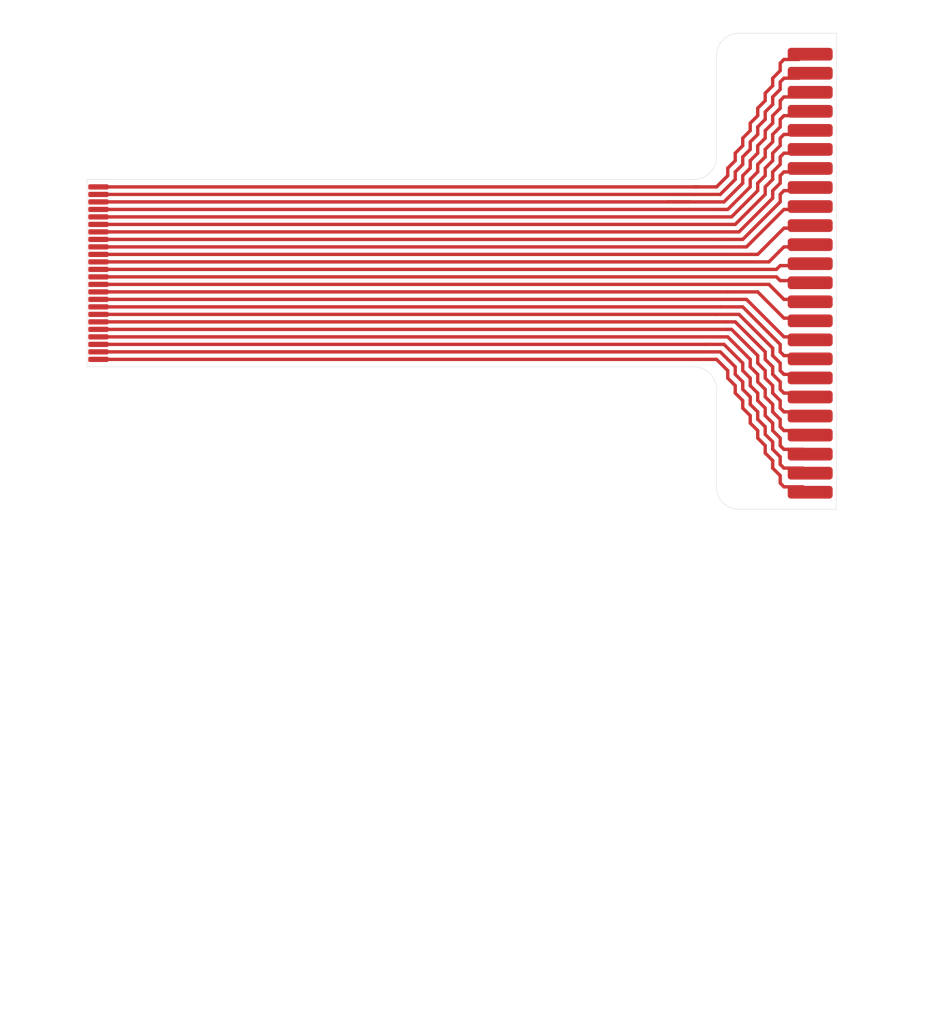
<source format=kicad_pcb>
(kicad_pcb (version 20171130) (host pcbnew 5.1.6-c6e7f7d~86~ubuntu18.04.1)

  (general
    (thickness 1.6)
    (drawings 57)
    (tracks 284)
    (zones 0)
    (modules 2)
    (nets 25)
  )

  (page A)
  (layers
    (0 F.Cu signal)
    (31 B.Cu signal)
    (32 B.Adhes user)
    (33 F.Adhes user)
    (34 B.Paste user)
    (35 F.Paste user)
    (36 B.SilkS user)
    (37 F.SilkS user)
    (38 B.Mask user)
    (39 F.Mask user hide)
    (40 Dwgs.User user)
    (41 Cmts.User user)
    (42 Eco1.User user)
    (43 Eco2.User user)
    (44 Edge.Cuts user)
    (45 Margin user)
    (46 B.CrtYd user)
    (47 F.CrtYd user)
    (48 B.Fab user)
    (49 F.Fab user)
  )

  (setup
    (last_trace_width 0.25)
    (user_trace_width 0.45)
    (trace_clearance 0.2)
    (zone_clearance 0.508)
    (zone_45_only no)
    (trace_min 0.2)
    (via_size 0.8)
    (via_drill 0.4)
    (via_min_size 0.4)
    (via_min_drill 0.3)
    (uvia_size 0.3)
    (uvia_drill 0.1)
    (uvias_allowed no)
    (uvia_min_size 0.2)
    (uvia_min_drill 0.1)
    (edge_width 0.05)
    (segment_width 0.2)
    (pcb_text_width 0.3)
    (pcb_text_size 1.5 1.5)
    (mod_edge_width 0.12)
    (mod_text_size 1 1)
    (mod_text_width 0.15)
    (pad_size 1.524 1.524)
    (pad_drill 0.762)
    (pad_to_mask_clearance 0.05)
    (aux_axis_origin 0 0)
    (visible_elements FFFFFF7F)
    (pcbplotparams
      (layerselection 0x01080_7fffffff)
      (usegerberextensions true)
      (usegerberattributes true)
      (usegerberadvancedattributes true)
      (creategerberjobfile false)
      (excludeedgelayer true)
      (linewidth 0.100000)
      (plotframeref false)
      (viasonmask false)
      (mode 1)
      (useauxorigin false)
      (hpglpennumber 1)
      (hpglpenspeed 20)
      (hpglpendiameter 15.000000)
      (psnegative false)
      (psa4output false)
      (plotreference true)
      (plotvalue true)
      (plotinvisibletext false)
      (padsonsilk false)
      (subtractmaskfromsilk false)
      (outputformat 1)
      (mirror false)
      (drillshape 0)
      (scaleselection 1)
      (outputdirectory "plot/"))
  )

  (net 0 "")
  (net 1 /A)
  (net 2 /B)
  (net 3 /C)
  (net 4 /D)
  (net 5 /E)
  (net 6 /F)
  (net 7 /G)
  (net 8 /H)
  (net 9 /I)
  (net 10 /J)
  (net 11 /K)
  (net 12 /L)
  (net 13 /M)
  (net 14 /N)
  (net 15 /O)
  (net 16 /P)
  (net 17 /Q)
  (net 18 /R)
  (net 19 /S)
  (net 20 /T)
  (net 21 /U)
  (net 22 /V)
  (net 23 /W)
  (net 24 /X)

  (net_class Default "This is the default net class."
    (clearance 0.2)
    (trace_width 0.25)
    (via_dia 0.8)
    (via_drill 0.4)
    (uvia_dia 0.3)
    (uvia_drill 0.1)
    (add_net /A)
    (add_net /B)
    (add_net /C)
    (add_net /D)
    (add_net /E)
    (add_net /F)
    (add_net /G)
    (add_net /H)
    (add_net /I)
    (add_net /J)
    (add_net /K)
    (add_net /L)
    (add_net /M)
    (add_net /N)
    (add_net /O)
    (add_net /P)
    (add_net /Q)
    (add_net /R)
    (add_net /S)
    (add_net /T)
    (add_net /U)
    (add_net /V)
    (add_net /W)
    (add_net /X)
  )

  (module FrotzNet:FlexEdge-24-P1 (layer F.Cu) (tedit 5EC21E97) (tstamp 5EC30AA0)
    (at 51.5 74 180)
    (path /5FCAB663)
    (fp_text reference J2 (at 0 -2) (layer F.SilkS) hide
      (effects (font (size 1 1) (thickness 0.15)))
    )
    (fp_text value Conn_01x24 (at 0 -4) (layer F.Fab) hide
      (effects (font (size 1 1) (thickness 0.15)))
    )
    (pad 24 smd roundrect (at 0 23 180) (size 2.7 0.7) (layers F.Cu F.Paste F.Mask) (roundrect_rratio 0.25)
      (net 24 /X))
    (pad 23 smd roundrect (at 0 22 180) (size 2.7 0.7) (layers F.Cu F.Paste F.Mask) (roundrect_rratio 0.25)
      (net 23 /W))
    (pad 22 smd roundrect (at 0 21 180) (size 2.7 0.7) (layers F.Cu F.Paste F.Mask) (roundrect_rratio 0.25)
      (net 22 /V))
    (pad 21 smd roundrect (at 0 20 180) (size 2.7 0.7) (layers F.Cu F.Paste F.Mask) (roundrect_rratio 0.25)
      (net 21 /U))
    (pad 20 smd roundrect (at 0 19 180) (size 2.7 0.7) (layers F.Cu F.Paste F.Mask) (roundrect_rratio 0.25)
      (net 20 /T))
    (pad 19 smd roundrect (at 0 18 180) (size 2.7 0.7) (layers F.Cu F.Paste F.Mask) (roundrect_rratio 0.25)
      (net 19 /S))
    (pad 18 smd roundrect (at 0 17 180) (size 2.7 0.7) (layers F.Cu F.Paste F.Mask) (roundrect_rratio 0.25)
      (net 18 /R))
    (pad 17 smd roundrect (at 0 16 180) (size 2.7 0.7) (layers F.Cu F.Paste F.Mask) (roundrect_rratio 0.25)
      (net 17 /Q))
    (pad 16 smd roundrect (at 0 15 180) (size 2.7 0.7) (layers F.Cu F.Paste F.Mask) (roundrect_rratio 0.25)
      (net 16 /P))
    (pad 15 smd roundrect (at 0 14 180) (size 2.7 0.7) (layers F.Cu F.Paste F.Mask) (roundrect_rratio 0.25)
      (net 15 /O))
    (pad 14 smd roundrect (at 0 13 180) (size 2.7 0.7) (layers F.Cu F.Paste F.Mask) (roundrect_rratio 0.25)
      (net 14 /N))
    (pad 13 smd roundrect (at 0 12 180) (size 2.7 0.7) (layers F.Cu F.Paste F.Mask) (roundrect_rratio 0.25)
      (net 13 /M))
    (pad 12 smd roundrect (at 0 11 180) (size 2.7 0.7) (layers F.Cu F.Paste F.Mask) (roundrect_rratio 0.25)
      (net 12 /L))
    (pad 11 smd roundrect (at 0 10 180) (size 2.7 0.7) (layers F.Cu F.Paste F.Mask) (roundrect_rratio 0.25)
      (net 11 /K))
    (pad 10 smd roundrect (at 0 9 180) (size 2.7 0.7) (layers F.Cu F.Paste F.Mask) (roundrect_rratio 0.25)
      (net 10 /J))
    (pad 9 smd roundrect (at 0 8 180) (size 2.7 0.7) (layers F.Cu F.Paste F.Mask) (roundrect_rratio 0.25)
      (net 9 /I))
    (pad 8 smd roundrect (at 0 7 180) (size 2.7 0.7) (layers F.Cu F.Paste F.Mask) (roundrect_rratio 0.25)
      (net 8 /H))
    (pad 7 smd roundrect (at 0 6 180) (size 2.7 0.7) (layers F.Cu F.Paste F.Mask) (roundrect_rratio 0.25)
      (net 7 /G))
    (pad 6 smd roundrect (at 0 5 180) (size 2.7 0.7) (layers F.Cu F.Paste F.Mask) (roundrect_rratio 0.25)
      (net 6 /F))
    (pad 5 smd roundrect (at 0 4 180) (size 2.7 0.7) (layers F.Cu F.Paste F.Mask) (roundrect_rratio 0.25)
      (net 5 /E))
    (pad 4 smd roundrect (at 0 3 180) (size 2.7 0.7) (layers F.Cu F.Paste F.Mask) (roundrect_rratio 0.25)
      (net 4 /D))
    (pad 3 smd roundrect (at 0 2 180) (size 2.7 0.7) (layers F.Cu F.Paste F.Mask) (roundrect_rratio 0.25)
      (net 3 /C))
    (pad 2 smd roundrect (at 0 1 180) (size 2.7 0.7) (layers F.Cu F.Paste F.Mask) (roundrect_rratio 0.25)
      (net 2 /B))
    (pad 1 smd roundrect (at 0 0 180) (size 2.7 0.7) (layers F.Cu F.Paste F.Mask) (roundrect_rratio 0.25)
      (net 1 /A))
  )

  (module FrotzNet:FlexEdge-24-P2.54 (layer F.Cu) (tedit 5EBF9BDB) (tstamp 5EC30A84)
    (at 146.5 33.3)
    (descr "Edge Pads for 24 conductor FPC")
    (path /5FCACB0E)
    (attr smd)
    (fp_text reference J1 (at 0 -5.08) (layer F.SilkS) hide
      (effects (font (size 1 1) (thickness 0.15)))
    )
    (fp_text value Conn_01x24 (at 0 -2.54) (layer F.Fab) hide
      (effects (font (size 1 1) (thickness 0.15)))
    )
    (pad 24 smd roundrect (at 0 58.42) (size 6 1.7) (layers F.Cu F.Paste F.Mask) (roundrect_rratio 0.25)
      (net 1 /A))
    (pad 23 smd roundrect (at 0 55.88) (size 6 1.7) (layers F.Cu F.Paste F.Mask) (roundrect_rratio 0.25)
      (net 2 /B))
    (pad 22 smd roundrect (at 0 53.34) (size 6 1.7) (layers F.Cu F.Paste F.Mask) (roundrect_rratio 0.25)
      (net 3 /C))
    (pad 21 smd roundrect (at 0 50.8) (size 6 1.7) (layers F.Cu F.Paste F.Mask) (roundrect_rratio 0.25)
      (net 4 /D))
    (pad 20 smd roundrect (at 0 48.26) (size 6 1.7) (layers F.Cu F.Paste F.Mask) (roundrect_rratio 0.25)
      (net 5 /E))
    (pad 19 smd roundrect (at 0 45.72) (size 6 1.7) (layers F.Cu F.Paste F.Mask) (roundrect_rratio 0.25)
      (net 6 /F))
    (pad 18 smd roundrect (at 0 43.18) (size 6 1.7) (layers F.Cu F.Paste F.Mask) (roundrect_rratio 0.25)
      (net 7 /G))
    (pad 17 smd roundrect (at 0 40.64) (size 6 1.7) (layers F.Cu F.Paste F.Mask) (roundrect_rratio 0.25)
      (net 8 /H))
    (pad 16 smd roundrect (at 0 38.1) (size 6 1.7) (layers F.Cu F.Paste F.Mask) (roundrect_rratio 0.25)
      (net 9 /I))
    (pad 15 smd roundrect (at 0 35.56) (size 6 1.7) (layers F.Cu F.Paste F.Mask) (roundrect_rratio 0.25)
      (net 10 /J))
    (pad 14 smd roundrect (at 0 33.02) (size 6 1.7) (layers F.Cu F.Paste F.Mask) (roundrect_rratio 0.25)
      (net 11 /K))
    (pad 13 smd roundrect (at 0 30.48) (size 6 1.7) (layers F.Cu F.Paste F.Mask) (roundrect_rratio 0.25)
      (net 12 /L))
    (pad 12 smd roundrect (at 0 27.94) (size 6 1.7) (layers F.Cu F.Paste F.Mask) (roundrect_rratio 0.25)
      (net 13 /M))
    (pad 11 smd roundrect (at 0 25.4) (size 6 1.7) (layers F.Cu F.Paste F.Mask) (roundrect_rratio 0.25)
      (net 14 /N))
    (pad 10 smd roundrect (at 0 22.86) (size 6 1.7) (layers F.Cu F.Paste F.Mask) (roundrect_rratio 0.25)
      (net 15 /O))
    (pad 9 smd roundrect (at 0 20.32) (size 6 1.7) (layers F.Cu F.Paste F.Mask) (roundrect_rratio 0.25)
      (net 16 /P))
    (pad 8 smd roundrect (at 0 17.78) (size 6 1.7) (layers F.Cu F.Paste F.Mask) (roundrect_rratio 0.25)
      (net 17 /Q))
    (pad 7 smd roundrect (at 0 15.24) (size 6 1.7) (layers F.Cu F.Paste F.Mask) (roundrect_rratio 0.25)
      (net 18 /R))
    (pad 6 smd roundrect (at 0 12.7) (size 6 1.7) (layers F.Cu F.Paste F.Mask) (roundrect_rratio 0.25)
      (net 19 /S))
    (pad 5 smd roundrect (at 0 10.16) (size 6 1.7) (layers F.Cu F.Paste F.Mask) (roundrect_rratio 0.25)
      (net 20 /T))
    (pad 4 smd roundrect (at 0 7.62) (size 6 1.7) (layers F.Cu F.Paste F.Mask) (roundrect_rratio 0.25)
      (net 21 /U))
    (pad 3 smd roundrect (at 0 5.08) (size 6 1.7) (layers F.Cu F.Paste F.Mask) (roundrect_rratio 0.25)
      (net 22 /V))
    (pad 2 smd roundrect (at 0 2.54) (size 6 1.7) (layers F.Cu F.Paste F.Mask) (roundrect_rratio 0.25)
      (net 23 /W))
    (pad 1 smd roundrect (at 0 0) (size 6 1.7) (layers F.Cu F.Paste F.Mask) (roundrect_rratio 0.25)
      (net 24 /X))
  )

  (gr_text "FPC Stackup\n\nLayer heights not to scale.\n0.30 mm total height at each end is critical dimension.\nUp to 0.33mm total height is acceptable." (at 50 115) (layer Dwgs.User)
    (effects (font (size 1.5 1.5) (thickness 0.2)) (justify left))
  )
  (gr_text "ENIG Gold\n" (at 49 137.5) (layer Dwgs.User) (tstamp 5EC333CE)
    (effects (font (size 1.5 1.5) (thickness 0.2)))
  )
  (gr_text "ENIG Gold\n" (at 144.5 137.5) (layer Dwgs.User) (tstamp 5EC333C8)
    (effects (font (size 1.5 1.5) (thickness 0.2)))
  )
  (gr_line (start 98 144) (end 107 131) (layer Dwgs.User) (width 0.3))
  (gr_line (start 97 141) (end 98 144) (layer Dwgs.User) (width 0.3))
  (gr_line (start 89 152) (end 97 141) (layer Dwgs.User) (width 0.3))
  (dimension 100 (width 0.15) (layer Dwgs.User)
    (gr_text "100.000 mm" (at 100 163.3) (layer Dwgs.User)
      (effects (font (size 1.5 1.5) (thickness 0.2)))
    )
    (feature1 (pts (xy 150 160) (xy 150 162.586421)))
    (feature2 (pts (xy 50 160) (xy 50 162.586421)))
    (crossbar (pts (xy 50 162) (xy 150 162)))
    (arrow1a (pts (xy 150 162) (xy 148.873496 162.586421)))
    (arrow1b (pts (xy 150 162) (xy 148.873496 161.413579)))
    (arrow2a (pts (xy 50 162) (xy 51.126504 162.586421)))
    (arrow2b (pts (xy 50 162) (xy 51.126504 161.413579)))
  )
  (dimension 6 (width 0.15) (layer Dwgs.User)
    (gr_text "3.00 mm" (at 53 126.7) (layer Dwgs.User)
      (effects (font (size 1.5 1.5) (thickness 0.2)))
    )
    (feature1 (pts (xy 56 130) (xy 56 127.413579)))
    (feature2 (pts (xy 50 130) (xy 50 127.413579)))
    (crossbar (pts (xy 50 128) (xy 56 128)))
    (arrow1a (pts (xy 56 128) (xy 54.873496 128.586421)))
    (arrow1b (pts (xy 56 128) (xy 54.873496 127.413579)))
    (arrow2a (pts (xy 50 128) (xy 51.126504 128.586421)))
    (arrow2b (pts (xy 50 128) (xy 51.126504 127.413579)))
  )
  (dimension 14 (width 0.15) (layer Dwgs.User)
    (gr_text "7.00 mm" (at 143 126.7) (layer Dwgs.User) (tstamp 5ED184C0)
      (effects (font (size 1.5 1.5) (thickness 0.2)))
    )
    (feature1 (pts (xy 150 130) (xy 150 127.413579)))
    (feature2 (pts (xy 136 130) (xy 136 127.413579)))
    (crossbar (pts (xy 136 128) (xy 150 128)))
    (arrow1a (pts (xy 150 128) (xy 148.873496 128.586421)))
    (arrow1b (pts (xy 150 128) (xy 148.873496 127.413579)))
    (arrow2a (pts (xy 136 128) (xy 137.126504 128.586421)))
    (arrow2b (pts (xy 136 128) (xy 137.126504 127.413579)))
  )
  (gr_text "Polyimide Stiffener" (at 69 151) (layer Dwgs.User) (tstamp 5EC33349)
    (effects (font (size 1.5 1.5) (thickness 0.2)))
  )
  (gr_text Polyimide (at 69 148) (layer Dwgs.User) (tstamp 5EC33349)
    (effects (font (size 1.5 1.5) (thickness 0.2)))
  )
  (gr_text Polyimide (at 69 136) (layer Dwgs.User) (tstamp 5EC33349)
    (effects (font (size 1.5 1.5) (thickness 0.2)))
  )
  (gr_text Adhesive (at 69 139) (layer Dwgs.User) (tstamp 5EC33349)
    (effects (font (size 1.5 1.5) (thickness 0.2)))
  )
  (gr_text "1oz Copper\n" (at 69 142) (layer Dwgs.User) (tstamp 5EC33349)
    (effects (font (size 1.5 1.5) (thickness 0.2)))
  )
  (gr_text "Adhesive\n" (at 69 145) (layer Dwgs.User)
    (effects (font (size 1.5 1.5) (thickness 0.2)))
  )
  (dimension 12 (width 0.15) (layer Dwgs.User)
    (gr_text "0.30 mm" (at 156.7 146 270) (layer Dwgs.User)
      (effects (font (size 1.5 1.5) (thickness 0.2)))
    )
    (feature1 (pts (xy 160 152) (xy 157.413579 152)))
    (feature2 (pts (xy 160 140) (xy 157.413579 140)))
    (crossbar (pts (xy 158 140) (xy 158 152)))
    (arrow1a (pts (xy 158 152) (xy 157.413579 150.873496)))
    (arrow1b (pts (xy 158 152) (xy 158.586421 150.873496)))
    (arrow2a (pts (xy 158 140) (xy 157.413579 141.126504)))
    (arrow2b (pts (xy 158 140) (xy 158.586421 141.126504)))
  )
  (gr_line (start 150 152) (end 150 149) (layer Dwgs.User) (width 0.15) (tstamp 5EC332B3))
  (gr_line (start 133 152) (end 150 152) (layer Dwgs.User) (width 0.15))
  (gr_line (start 133 149) (end 133 152) (layer Dwgs.User) (width 0.15))
  (gr_line (start 58 152) (end 58 149) (layer Dwgs.User) (width 0.15))
  (gr_line (start 50 152) (end 58 152) (layer Dwgs.User) (width 0.15))
  (gr_line (start 50 149) (end 50 152) (layer Dwgs.User) (width 0.15))
  (gr_line (start 50 151) (end 50 146) (layer Dwgs.User) (width 0.15) (tstamp 5EC332B2))
  (gr_line (start 150 149) (end 50 149) (layer Dwgs.User) (width 0.15))
  (gr_line (start 150 146) (end 150 151) (layer Dwgs.User) (width 0.15))
  (gr_line (start 150 146) (end 150 141) (layer Dwgs.User) (width 0.15) (tstamp 5EC332B1))
  (gr_line (start 50 146) (end 150 146) (layer Dwgs.User) (width 0.15))
  (gr_line (start 50 141) (end 50 146) (layer Dwgs.User) (width 0.15))
  (gr_line (start 56 134) (end 56 137) (layer Dwgs.User) (width 0.15) (tstamp 5EC332B0))
  (gr_line (start 136 134) (end 56 134) (layer Dwgs.User) (width 0.15))
  (gr_line (start 136 137) (end 136 134) (layer Dwgs.User) (width 0.15))
  (gr_line (start 136 135) (end 136 140) (layer Dwgs.User) (width 0.15))
  (gr_line (start 56 137) (end 136 137) (layer Dwgs.User) (width 0.15))
  (gr_line (start 56 140) (end 56 135) (layer Dwgs.User) (width 0.15))
  (gr_line (start 50 143) (end 50 140) (layer Dwgs.User) (width 0.15) (tstamp 5EC332AF))
  (gr_line (start 150 143) (end 50 143) (layer Dwgs.User) (width 0.15))
  (gr_line (start 150 140) (end 150 143) (layer Dwgs.User) (width 0.15))
  (gr_line (start 50 140) (end 150 140) (layer Dwgs.User) (width 0.15))
  (gr_text "Thickness\n0.30mm here" (at 47.5 83) (layer Dwgs.User) (tstamp 5EC332A8)
    (effects (font (size 1 1) (thickness 0.15)) (justify left))
  )
  (gr_text "Thickness\n0.30mm here" (at 143 101.5) (layer Dwgs.User)
    (effects (font (size 1 1) (thickness 0.15)) (justify left))
  )
  (dimension 7 (width 0.15) (layer Dwgs.User)
    (gr_text "7.000 mm" (at 146.5 98.3) (layer Dwgs.User)
      (effects (font (size 1 1) (thickness 0.15)))
    )
    (feature1 (pts (xy 150 96) (xy 150 97.586421)))
    (feature2 (pts (xy 143 96) (xy 143 97.586421)))
    (crossbar (pts (xy 143 97) (xy 150 97)))
    (arrow1a (pts (xy 150 97) (xy 148.873496 97.586421)))
    (arrow1b (pts (xy 150 97) (xy 148.873496 96.413579)))
    (arrow2a (pts (xy 143 97) (xy 144.126504 97.586421)))
    (arrow2b (pts (xy 143 97) (xy 144.126504 96.413579)))
  )
  (dimension 3 (width 0.15) (layer Dwgs.User)
    (gr_text "3.000 mm" (at 51.5 79.3) (layer Dwgs.User)
      (effects (font (size 1 1) (thickness 0.15)))
    )
    (feature1 (pts (xy 53 77) (xy 53 78.586421)))
    (feature2 (pts (xy 50 77) (xy 50 78.586421)))
    (crossbar (pts (xy 50 78) (xy 53 78)))
    (arrow1a (pts (xy 53 78) (xy 51.873496 78.586421)))
    (arrow1b (pts (xy 53 78) (xy 51.873496 77.413579)))
    (arrow2a (pts (xy 50 78) (xy 51.126504 78.586421)))
    (arrow2b (pts (xy 50 78) (xy 51.126504 77.413579)))
  )
  (dimension 100 (width 0.15) (layer Dwgs.User)
    (gr_text "100.000 mm" (at 100 30.3) (layer Dwgs.User)
      (effects (font (size 1.5 1.5) (thickness 0.2)))
    )
    (feature1 (pts (xy 50 28) (xy 50 29.586421)))
    (feature2 (pts (xy 150 28) (xy 150 29.586421)))
    (crossbar (pts (xy 150 29) (xy 50 29)))
    (arrow1a (pts (xy 50 29) (xy 51.126504 28.413579)))
    (arrow1b (pts (xy 50 29) (xy 51.126504 29.586421)))
    (arrow2a (pts (xy 150 29) (xy 148.873496 28.413579)))
    (arrow2b (pts (xy 150 29) (xy 148.873496 29.586421)))
  )
  (dimension 63.500492 (width 0.15) (layer Dwgs.User)
    (gr_text "63.500 mm" (at 155.174966 62.261023 89.8) (layer Dwgs.User)
      (effects (font (size 1.5 1.5) (thickness 0.2)))
    )
    (feature1 (pts (xy 152.25 94) (xy 154.336393 94.008214)))
    (feature2 (pts (xy 152.5 30.5) (xy 154.586393 30.508214)))
    (crossbar (pts (xy 153.999976 30.505905) (xy 153.749976 94.005905)))
    (arrow1a (pts (xy 153.749976 94.005905) (xy 153.167995 92.877101)))
    (arrow1b (pts (xy 153.749976 94.005905) (xy 154.340827 92.881719)))
    (arrow2a (pts (xy 153.999976 30.505905) (xy 153.409125 31.630091)))
    (arrow2b (pts (xy 153.999976 30.505905) (xy 154.581957 31.634709)))
  )
  (dimension 25 (width 0.15) (layer Dwgs.User)
    (gr_text "25.000 mm" (at 47.05 62.5 90) (layer Dwgs.User)
      (effects (font (size 1.5 1.5) (thickness 0.2)))
    )
    (feature1 (pts (xy 45 75) (xy 46.336421 75)))
    (feature2 (pts (xy 45 50) (xy 46.336421 50)))
    (crossbar (pts (xy 45.75 50) (xy 45.75 75)))
    (arrow1a (pts (xy 45.75 75) (xy 45.163579 73.873496)))
    (arrow1b (pts (xy 45.75 75) (xy 46.336421 73.873496)))
    (arrow2a (pts (xy 45.75 50) (xy 45.163579 51.126504)))
    (arrow2b (pts (xy 45.75 50) (xy 46.336421 51.126504)))
  )
  (gr_arc (start 137 33.5) (end 137 30.5) (angle -90) (layer Edge.Cuts) (width 0.05))
  (gr_arc (start 131 47) (end 131 50) (angle -90) (layer Edge.Cuts) (width 0.05))
  (gr_arc (start 137 91) (end 134 91) (angle -90) (layer Edge.Cuts) (width 0.05))
  (gr_arc (start 131 78) (end 134 78) (angle -90) (layer Edge.Cuts) (width 0.05))
  (gr_line (start 131 50) (end 50 50) (layer Edge.Cuts) (width 0.05) (tstamp 5EC30BE8))
  (gr_line (start 134 33.5) (end 134 47) (layer Edge.Cuts) (width 0.05))
  (gr_line (start 150 30.5) (end 137 30.5) (layer Edge.Cuts) (width 0.05))
  (gr_line (start 150 94) (end 150 30.5) (layer Edge.Cuts) (width 0.05))
  (gr_line (start 137 94) (end 150 94) (layer Edge.Cuts) (width 0.05))
  (gr_line (start 134 78) (end 134 91) (layer Edge.Cuts) (width 0.05))
  (gr_line (start 50 75) (end 131 75) (layer Edge.Cuts) (width 0.05))
  (gr_line (start 50 50) (end 50 75) (layer Edge.Cuts) (width 0.05))

  (segment (start 146.5 91.72) (end 146.22 91.72) (width 0.45) (layer F.Cu) (net 1))
  (segment (start 146.22 91.72) (end 145.5 91) (width 0.45) (layer F.Cu) (net 1))
  (segment (start 145.5 91) (end 143 91) (width 0.45) (layer F.Cu) (net 1))
  (segment (start 51.5 74) (end 132.5 74) (width 0.45) (layer F.Cu) (net 1))
  (segment (start 143 91) (end 142.5 90.5) (width 0.45) (layer F.Cu) (net 1))
  (segment (start 142.5 90.5) (end 142.5 89.5) (width 0.45) (layer F.Cu) (net 1))
  (segment (start 142.5 89.5) (end 141.5 88.5) (width 0.45) (layer F.Cu) (net 1))
  (segment (start 141.5 88.5) (end 141.5 87.5) (width 0.45) (layer F.Cu) (net 1))
  (segment (start 141.5 87.5) (end 140.5 86.5) (width 0.45) (layer F.Cu) (net 1))
  (segment (start 140.5 86.5) (end 140.5 85.5) (width 0.45) (layer F.Cu) (net 1))
  (segment (start 140.5 85.5) (end 139.5 84.5) (width 0.45) (layer F.Cu) (net 1))
  (segment (start 139.5 84.5) (end 139.5 83.5) (width 0.45) (layer F.Cu) (net 1))
  (segment (start 139.5 83.5) (end 138.5 82.5) (width 0.45) (layer F.Cu) (net 1))
  (segment (start 138.5 82.5) (end 138.5 81.5) (width 0.45) (layer F.Cu) (net 1))
  (segment (start 138.5 81.5) (end 137.5 80.5) (width 0.45) (layer F.Cu) (net 1))
  (segment (start 137.5 80.5) (end 137.5 79.5) (width 0.45) (layer F.Cu) (net 1))
  (segment (start 137.5 79.5) (end 136.5 78.5) (width 0.45) (layer F.Cu) (net 1))
  (segment (start 136.5 78.5) (end 136.5 77.5) (width 0.45) (layer F.Cu) (net 1))
  (segment (start 136.5 77.5) (end 135.5 76.5) (width 0.45) (layer F.Cu) (net 1))
  (segment (start 135.5 76.5) (end 135.5 75.5) (width 0.45) (layer F.Cu) (net 1))
  (segment (start 135.5 75.5) (end 134 74) (width 0.45) (layer F.Cu) (net 1))
  (segment (start 134 74) (end 132.5 74) (width 0.45) (layer F.Cu) (net 1))
  (segment (start 136.5 75) (end 134.5 73) (width 0.45) (layer F.Cu) (net 2))
  (segment (start 136.5 76) (end 136.5 75) (width 0.45) (layer F.Cu) (net 2))
  (segment (start 142.5 88) (end 142.5 87) (width 0.45) (layer F.Cu) (net 2))
  (segment (start 142.5 87) (end 141.5 86) (width 0.45) (layer F.Cu) (net 2))
  (segment (start 138.5 79) (end 137.5 78) (width 0.45) (layer F.Cu) (net 2))
  (segment (start 146.5 89.18) (end 146.18 89.18) (width 0.45) (layer F.Cu) (net 2))
  (segment (start 141.5 86) (end 141.5 85) (width 0.45) (layer F.Cu) (net 2))
  (segment (start 146.18 89.18) (end 145.5 88.5) (width 0.45) (layer F.Cu) (net 2))
  (segment (start 134.5 73) (end 51.5 73) (width 0.45) (layer F.Cu) (net 2))
  (segment (start 140.5 84) (end 140.5 83) (width 0.45) (layer F.Cu) (net 2))
  (segment (start 143 88.5) (end 142.5 88) (width 0.45) (layer F.Cu) (net 2))
  (segment (start 141.5 85) (end 140.5 84) (width 0.45) (layer F.Cu) (net 2))
  (segment (start 145.5 88.5) (end 143 88.5) (width 0.45) (layer F.Cu) (net 2))
  (segment (start 140.5 83) (end 139.5 82) (width 0.45) (layer F.Cu) (net 2))
  (segment (start 139.5 82) (end 139.5 81) (width 0.45) (layer F.Cu) (net 2))
  (segment (start 139.5 81) (end 138.5 80) (width 0.45) (layer F.Cu) (net 2))
  (segment (start 138.5 80) (end 138.5 79) (width 0.45) (layer F.Cu) (net 2))
  (segment (start 137.5 78) (end 137.5 77) (width 0.45) (layer F.Cu) (net 2))
  (segment (start 137.5 77) (end 136.5 76) (width 0.45) (layer F.Cu) (net 2))
  (segment (start 132.5 72) (end 51.5 72) (width 0.45) (layer F.Cu) (net 3))
  (segment (start 135 72) (end 132.5 72) (width 0.45) (layer F.Cu) (net 3))
  (segment (start 143 86) (end 142.5 85.5) (width 0.45) (layer F.Cu) (net 3))
  (segment (start 140.5 80.5) (end 139.5 79.5) (width 0.45) (layer F.Cu) (net 3))
  (segment (start 137.5 75.5) (end 137.5 74.5) (width 0.45) (layer F.Cu) (net 3))
  (segment (start 142.5 84.5) (end 141.5 83.5) (width 0.45) (layer F.Cu) (net 3))
  (segment (start 146.5 86.64) (end 146.14 86.64) (width 0.45) (layer F.Cu) (net 3))
  (segment (start 142.5 85.5) (end 142.5 84.5) (width 0.45) (layer F.Cu) (net 3))
  (segment (start 141.5 83.5) (end 141.5 82.5) (width 0.45) (layer F.Cu) (net 3))
  (segment (start 145.5 86) (end 143 86) (width 0.45) (layer F.Cu) (net 3))
  (segment (start 146.14 86.64) (end 145.5 86) (width 0.45) (layer F.Cu) (net 3))
  (segment (start 141.5 82.5) (end 140.5 81.5) (width 0.45) (layer F.Cu) (net 3))
  (segment (start 140.5 81.5) (end 140.5 80.5) (width 0.45) (layer F.Cu) (net 3))
  (segment (start 139.5 79.5) (end 139.5 78.5) (width 0.45) (layer F.Cu) (net 3))
  (segment (start 139.5 78.5) (end 138.5 77.5) (width 0.45) (layer F.Cu) (net 3))
  (segment (start 138.5 77.5) (end 138.5 76.5) (width 0.45) (layer F.Cu) (net 3))
  (segment (start 138.5 76.5) (end 137.5 75.5) (width 0.45) (layer F.Cu) (net 3))
  (segment (start 137.5 74.5) (end 135 72) (width 0.45) (layer F.Cu) (net 3))
  (segment (start 139.5 76) (end 138.5 75) (width 0.45) (layer F.Cu) (net 4))
  (segment (start 139.5 77) (end 139.5 76) (width 0.45) (layer F.Cu) (net 4))
  (segment (start 135.5 71) (end 51.5 71) (width 0.45) (layer F.Cu) (net 4))
  (segment (start 140.5 79) (end 140.5 78) (width 0.45) (layer F.Cu) (net 4))
  (segment (start 141.5 80) (end 140.5 79) (width 0.45) (layer F.Cu) (net 4))
  (segment (start 141.5 81) (end 141.5 80) (width 0.45) (layer F.Cu) (net 4))
  (segment (start 146.1 84.1) (end 145.5 83.5) (width 0.45) (layer F.Cu) (net 4))
  (segment (start 140.5 78) (end 139.5 77) (width 0.45) (layer F.Cu) (net 4))
  (segment (start 142.5 83) (end 142.5 82) (width 0.45) (layer F.Cu) (net 4))
  (segment (start 145.5 83.5) (end 143 83.5) (width 0.45) (layer F.Cu) (net 4))
  (segment (start 138.5 74) (end 135.5 71) (width 0.45) (layer F.Cu) (net 4))
  (segment (start 138.5 75) (end 138.5 74) (width 0.45) (layer F.Cu) (net 4))
  (segment (start 143 83.5) (end 142.5 83) (width 0.45) (layer F.Cu) (net 4))
  (segment (start 146.5 84.1) (end 146.1 84.1) (width 0.45) (layer F.Cu) (net 4))
  (segment (start 142.5 82) (end 141.5 81) (width 0.45) (layer F.Cu) (net 4))
  (segment (start 135.5 70) (end 51.5 70) (width 0.45) (layer F.Cu) (net 5))
  (segment (start 139.5 73.5) (end 136 70) (width 0.45) (layer F.Cu) (net 5))
  (segment (start 141.5 77.5) (end 140.5 76.5) (width 0.45) (layer F.Cu) (net 5))
  (segment (start 140.5 75.5) (end 139.5 74.5) (width 0.45) (layer F.Cu) (net 5))
  (segment (start 141.5 78.5) (end 141.5 77.5) (width 0.45) (layer F.Cu) (net 5))
  (segment (start 145.56 81.56) (end 145 81) (width 0.45) (layer F.Cu) (net 5))
  (segment (start 146.5 81.56) (end 145.56 81.56) (width 0.45) (layer F.Cu) (net 5))
  (segment (start 139.5 74.5) (end 139.5 73.5) (width 0.45) (layer F.Cu) (net 5))
  (segment (start 140.5 76.5) (end 140.5 75.5) (width 0.45) (layer F.Cu) (net 5))
  (segment (start 142.5 79.5) (end 141.5 78.5) (width 0.45) (layer F.Cu) (net 5))
  (segment (start 136 70) (end 135.5 70) (width 0.45) (layer F.Cu) (net 5))
  (segment (start 145 81) (end 143 81) (width 0.45) (layer F.Cu) (net 5))
  (segment (start 142.5 80.5) (end 142.5 79.5) (width 0.45) (layer F.Cu) (net 5))
  (segment (start 143 81) (end 142.5 80.5) (width 0.45) (layer F.Cu) (net 5))
  (segment (start 135.5 69) (end 51.5 69) (width 0.45) (layer F.Cu) (net 6))
  (segment (start 140.5 73) (end 136.5 69) (width 0.45) (layer F.Cu) (net 6))
  (segment (start 136.5 69) (end 135.5 69) (width 0.45) (layer F.Cu) (net 6))
  (segment (start 140.5 74) (end 140.5 73) (width 0.45) (layer F.Cu) (net 6))
  (segment (start 141.5 75) (end 140.5 74) (width 0.45) (layer F.Cu) (net 6))
  (segment (start 145.02 79.02) (end 144.5 78.5) (width 0.45) (layer F.Cu) (net 6))
  (segment (start 146.5 79.02) (end 145.02 79.02) (width 0.45) (layer F.Cu) (net 6))
  (segment (start 142.5 77) (end 141.5 76) (width 0.45) (layer F.Cu) (net 6))
  (segment (start 141.5 76) (end 141.5 75) (width 0.45) (layer F.Cu) (net 6))
  (segment (start 144.5 78.5) (end 143 78.5) (width 0.45) (layer F.Cu) (net 6))
  (segment (start 143 78.5) (end 142.5 78) (width 0.45) (layer F.Cu) (net 6))
  (segment (start 142.5 78) (end 142.5 77) (width 0.45) (layer F.Cu) (net 6))
  (segment (start 141.5 72.5) (end 137 68) (width 0.45) (layer F.Cu) (net 7))
  (segment (start 134 68) (end 51.5 68) (width 0.45) (layer F.Cu) (net 7))
  (segment (start 145.98 76.48) (end 145.5 76) (width 0.45) (layer F.Cu) (net 7))
  (segment (start 146.5 76.48) (end 145.98 76.48) (width 0.45) (layer F.Cu) (net 7))
  (segment (start 145.5 76) (end 143 76) (width 0.45) (layer F.Cu) (net 7))
  (segment (start 143 76) (end 142.5 75.5) (width 0.45) (layer F.Cu) (net 7))
  (segment (start 142.5 74.5) (end 141.5 73.5) (width 0.45) (layer F.Cu) (net 7))
  (segment (start 137 68) (end 134 68) (width 0.45) (layer F.Cu) (net 7))
  (segment (start 141.5 73.5) (end 141.5 72.5) (width 0.45) (layer F.Cu) (net 7))
  (segment (start 142.5 75.5) (end 142.5 74.5) (width 0.45) (layer F.Cu) (net 7))
  (segment (start 134.5 67) (end 51.5 67) (width 0.45) (layer F.Cu) (net 8))
  (segment (start 137.5 67) (end 134.5 67) (width 0.45) (layer F.Cu) (net 8))
  (segment (start 145.94 73.94) (end 145.5 73.5) (width 0.45) (layer F.Cu) (net 8))
  (segment (start 145.5 73.5) (end 143 73.5) (width 0.45) (layer F.Cu) (net 8))
  (segment (start 146.5 73.94) (end 145.94 73.94) (width 0.45) (layer F.Cu) (net 8))
  (segment (start 143 73.5) (end 142.5 73) (width 0.45) (layer F.Cu) (net 8))
  (segment (start 142.5 73) (end 142.5 72) (width 0.45) (layer F.Cu) (net 8))
  (segment (start 142.5 72) (end 137.5 67) (width 0.45) (layer F.Cu) (net 8))
  (segment (start 135.5 66) (end 51.5 66) (width 0.45) (layer F.Cu) (net 9))
  (segment (start 138 66) (end 135.5 66) (width 0.45) (layer F.Cu) (net 9))
  (segment (start 143 71) (end 138 66) (width 0.45) (layer F.Cu) (net 9))
  (segment (start 145 71) (end 143 71) (width 0.45) (layer F.Cu) (net 9))
  (segment (start 146.5 71.4) (end 145.4 71.4) (width 0.45) (layer F.Cu) (net 9))
  (segment (start 145.4 71.4) (end 145 71) (width 0.45) (layer F.Cu) (net 9))
  (segment (start 135.5 65) (end 51.5 65) (width 0.45) (layer F.Cu) (net 10))
  (segment (start 139.5 65) (end 135.5 65) (width 0.45) (layer F.Cu) (net 10))
  (segment (start 143 68.5) (end 139.5 65) (width 0.45) (layer F.Cu) (net 10))
  (segment (start 146.5 68.86) (end 145.86 68.86) (width 0.45) (layer F.Cu) (net 10))
  (segment (start 145.5 68.5) (end 143 68.5) (width 0.45) (layer F.Cu) (net 10))
  (segment (start 145.86 68.86) (end 145.5 68.5) (width 0.45) (layer F.Cu) (net 10))
  (segment (start 146.5 66.32) (end 145.82 66.32) (width 0.45) (layer F.Cu) (net 11))
  (segment (start 145.82 66.32) (end 145.5 66) (width 0.45) (layer F.Cu) (net 11))
  (segment (start 145.5 66) (end 143 66) (width 0.45) (layer F.Cu) (net 11))
  (segment (start 143 66) (end 141 64) (width 0.45) (layer F.Cu) (net 11))
  (segment (start 51.5 64) (end 141 64) (width 0.45) (layer F.Cu) (net 11))
  (segment (start 146.5 63.78) (end 146.5 63.58) (width 0.45) (layer F.Cu) (net 12))
  (segment (start 146.22 63.5) (end 146.5 63.78) (width 0.45) (layer F.Cu) (net 12))
  (segment (start 51.5 63) (end 142 63) (width 0.45) (layer F.Cu) (net 12))
  (segment (start 142.5 63.5) (end 146.22 63.5) (width 0.45) (layer F.Cu) (net 12))
  (segment (start 142 63) (end 142.5 63.5) (width 0.45) (layer F.Cu) (net 12))
  (segment (start 146.24 61.5) (end 146.5 61.24) (width 0.45) (layer F.Cu) (net 13))
  (segment (start 142.5 61.5) (end 146.24 61.5) (width 0.45) (layer F.Cu) (net 13))
  (segment (start 51.5 62) (end 142 62) (width 0.45) (layer F.Cu) (net 13))
  (segment (start 142 62) (end 142.5 61.5) (width 0.45) (layer F.Cu) (net 13))
  (segment (start 144.5 59) (end 143 59) (width 0.45) (layer F.Cu) (net 14))
  (segment (start 141 61) (end 51.5 61) (width 0.45) (layer F.Cu) (net 14))
  (segment (start 146.5 58.7) (end 144.8 58.7) (width 0.45) (layer F.Cu) (net 14))
  (segment (start 143 59) (end 141 61) (width 0.45) (layer F.Cu) (net 14))
  (segment (start 144.8 58.7) (end 144.5 59) (width 0.45) (layer F.Cu) (net 14))
  (segment (start 146.5 56.16) (end 144.84 56.16) (width 0.45) (layer F.Cu) (net 15))
  (segment (start 144.84 56.16) (end 144.5 56.5) (width 0.45) (layer F.Cu) (net 15))
  (segment (start 139.5 60) (end 138.5 60) (width 0.45) (layer F.Cu) (net 15))
  (segment (start 138.5 60) (end 51.5 60) (width 0.45) (layer F.Cu) (net 15))
  (segment (start 143 56.5) (end 139.5 60) (width 0.45) (layer F.Cu) (net 15))
  (segment (start 146.5 56.16) (end 145.34 56.16) (width 0.45) (layer F.Cu) (net 15))
  (segment (start 145 56.5) (end 143 56.5) (width 0.45) (layer F.Cu) (net 15))
  (segment (start 145.34 56.16) (end 145 56.5) (width 0.45) (layer F.Cu) (net 15))
  (segment (start 134.5 59) (end 51.5 59) (width 0.45) (layer F.Cu) (net 16))
  (segment (start 138 59) (end 134.5 59) (width 0.45) (layer F.Cu) (net 16))
  (segment (start 143 54) (end 138 59) (width 0.45) (layer F.Cu) (net 16))
  (segment (start 144.5 54) (end 143 54) (width 0.45) (layer F.Cu) (net 16))
  (segment (start 146.5 53.62) (end 144.88 53.62) (width 0.45) (layer F.Cu) (net 16))
  (segment (start 144.88 53.62) (end 144.5 54) (width 0.45) (layer F.Cu) (net 16))
  (segment (start 134.5 58) (end 51.5 58) (width 0.45) (layer F.Cu) (net 17))
  (segment (start 137.5 58) (end 134.5 58) (width 0.45) (layer F.Cu) (net 17))
  (segment (start 144.92 51.08) (end 144.5 51.5) (width 0.45) (layer F.Cu) (net 17))
  (segment (start 142.5 52) (end 142.5 53) (width 0.45) (layer F.Cu) (net 17))
  (segment (start 146.5 51.08) (end 144.92 51.08) (width 0.45) (layer F.Cu) (net 17))
  (segment (start 144.5 51.5) (end 143 51.5) (width 0.45) (layer F.Cu) (net 17))
  (segment (start 143 51.5) (end 142.5 52) (width 0.45) (layer F.Cu) (net 17))
  (segment (start 142.5 53) (end 137.5 58) (width 0.45) (layer F.Cu) (net 17))
  (segment (start 137 57) (end 134.5 57) (width 0.45) (layer F.Cu) (net 18))
  (segment (start 144.96 48.54) (end 144.5 49) (width 0.45) (layer F.Cu) (net 18))
  (segment (start 134.5 57) (end 51.5 57) (width 0.45) (layer F.Cu) (net 18))
  (segment (start 141.5 51.5) (end 141.5 52.5) (width 0.45) (layer F.Cu) (net 18))
  (segment (start 142.5 50.5) (end 141.5 51.5) (width 0.45) (layer F.Cu) (net 18))
  (segment (start 146.5 48.54) (end 144.96 48.54) (width 0.45) (layer F.Cu) (net 18))
  (segment (start 144.5 49) (end 143 49) (width 0.45) (layer F.Cu) (net 18))
  (segment (start 141.5 52.5) (end 137 57) (width 0.45) (layer F.Cu) (net 18))
  (segment (start 143 49) (end 142.5 49.5) (width 0.45) (layer F.Cu) (net 18))
  (segment (start 142.5 49.5) (end 142.5 50.5) (width 0.45) (layer F.Cu) (net 18))
  (segment (start 140.5 52) (end 136.5 56) (width 0.45) (layer F.Cu) (net 19))
  (segment (start 141.5 50) (end 140.5 51) (width 0.45) (layer F.Cu) (net 19))
  (segment (start 140.5 51) (end 140.5 52) (width 0.45) (layer F.Cu) (net 19))
  (segment (start 141.5 49) (end 141.5 50) (width 0.45) (layer F.Cu) (net 19))
  (segment (start 145.5 46) (end 145 46.5) (width 0.45) (layer F.Cu) (net 19))
  (segment (start 136.5 56) (end 51.5 56) (width 0.45) (layer F.Cu) (net 19))
  (segment (start 143 46.5) (end 142.5 47) (width 0.45) (layer F.Cu) (net 19))
  (segment (start 145 46.5) (end 143 46.5) (width 0.45) (layer F.Cu) (net 19))
  (segment (start 142.5 47) (end 142.5 48) (width 0.45) (layer F.Cu) (net 19))
  (segment (start 146.5 46) (end 145.5 46) (width 0.45) (layer F.Cu) (net 19))
  (segment (start 142.5 48) (end 141.5 49) (width 0.45) (layer F.Cu) (net 19))
  (segment (start 134 55) (end 51.5 55) (width 0.45) (layer F.Cu) (net 20))
  (segment (start 136 55) (end 134 55) (width 0.45) (layer F.Cu) (net 20))
  (segment (start 139.5 50.5) (end 139.5 51.5) (width 0.45) (layer F.Cu) (net 20))
  (segment (start 140.5 49.5) (end 139.5 50.5) (width 0.45) (layer F.Cu) (net 20))
  (segment (start 139.5 51.5) (end 136 55) (width 0.45) (layer F.Cu) (net 20))
  (segment (start 140.5 48.5) (end 140.5 49.5) (width 0.45) (layer F.Cu) (net 20))
  (segment (start 141.5 47.5) (end 140.5 48.5) (width 0.45) (layer F.Cu) (net 20))
  (segment (start 145.04 43.46) (end 144.5 44) (width 0.45) (layer F.Cu) (net 20))
  (segment (start 146.5 43.46) (end 145.04 43.46) (width 0.45) (layer F.Cu) (net 20))
  (segment (start 141.5 46.5) (end 141.5 47.5) (width 0.45) (layer F.Cu) (net 20))
  (segment (start 143 44) (end 142.5 44.5) (width 0.45) (layer F.Cu) (net 20))
  (segment (start 142.5 45.5) (end 141.5 46.5) (width 0.45) (layer F.Cu) (net 20))
  (segment (start 144.5 44) (end 143 44) (width 0.45) (layer F.Cu) (net 20))
  (segment (start 142.5 44.5) (end 142.5 45.5) (width 0.45) (layer F.Cu) (net 20))
  (segment (start 135.5 54) (end 135 54) (width 0.45) (layer F.Cu) (net 21))
  (segment (start 138.5 51) (end 135.5 54) (width 0.45) (layer F.Cu) (net 21))
  (segment (start 139.5 49) (end 138.5 50) (width 0.45) (layer F.Cu) (net 21))
  (segment (start 139.5 48) (end 139.5 49) (width 0.45) (layer F.Cu) (net 21))
  (segment (start 135 54) (end 51.5 54) (width 0.45) (layer F.Cu) (net 21))
  (segment (start 140.5 47) (end 139.5 48) (width 0.45) (layer F.Cu) (net 21))
  (segment (start 140.5 46) (end 140.5 47) (width 0.45) (layer F.Cu) (net 21))
  (segment (start 141.5 45) (end 140.5 46) (width 0.45) (layer F.Cu) (net 21))
  (segment (start 138.5 50) (end 138.5 51) (width 0.45) (layer F.Cu) (net 21))
  (segment (start 141.5 44) (end 141.5 45) (width 0.45) (layer F.Cu) (net 21))
  (segment (start 145.58 40.92) (end 145 41.5) (width 0.45) (layer F.Cu) (net 21))
  (segment (start 145 41.5) (end 143 41.5) (width 0.45) (layer F.Cu) (net 21))
  (segment (start 146.5 40.92) (end 145.58 40.92) (width 0.45) (layer F.Cu) (net 21))
  (segment (start 142.5 43) (end 141.5 44) (width 0.45) (layer F.Cu) (net 21))
  (segment (start 142.5 42) (end 142.5 43) (width 0.45) (layer F.Cu) (net 21))
  (segment (start 143 41.5) (end 142.5 42) (width 0.45) (layer F.Cu) (net 21))
  (segment (start 51.5 53) (end 127.5 53) (width 0.45) (layer F.Cu) (net 22))
  (segment (start 127.5 53) (end 130.5 53) (width 0.45) (layer F.Cu) (net 22))
  (segment (start 135 53) (end 127.5 53) (width 0.45) (layer F.Cu) (net 22))
  (segment (start 142.5 40.5) (end 141.5 41.5) (width 0.45) (layer F.Cu) (net 22))
  (segment (start 141.5 41.5) (end 141.5 42.5) (width 0.45) (layer F.Cu) (net 22))
  (segment (start 140.5 43.5) (end 140.5 44.5) (width 0.45) (layer F.Cu) (net 22))
  (segment (start 140.5 44.5) (end 139.5 45.5) (width 0.45) (layer F.Cu) (net 22))
  (segment (start 142.5 39.5) (end 142.5 40.5) (width 0.45) (layer F.Cu) (net 22))
  (segment (start 143 39) (end 142.5 39.5) (width 0.45) (layer F.Cu) (net 22))
  (segment (start 141.5 42.5) (end 140.5 43.5) (width 0.45) (layer F.Cu) (net 22))
  (segment (start 138.5 47.5) (end 138.5 48.5) (width 0.45) (layer F.Cu) (net 22))
  (segment (start 146.5 38.38) (end 145.12 38.38) (width 0.45) (layer F.Cu) (net 22))
  (segment (start 144.5 39) (end 143 39) (width 0.45) (layer F.Cu) (net 22))
  (segment (start 145.12 38.38) (end 144.5 39) (width 0.45) (layer F.Cu) (net 22))
  (segment (start 139.5 46.5) (end 138.5 47.5) (width 0.45) (layer F.Cu) (net 22))
  (segment (start 139.5 45.5) (end 139.5 46.5) (width 0.45) (layer F.Cu) (net 22))
  (segment (start 138.5 48.5) (end 137.5 49.5) (width 0.45) (layer F.Cu) (net 22))
  (segment (start 137.5 49.5) (end 137.5 50.5) (width 0.45) (layer F.Cu) (net 22))
  (segment (start 137.5 50.5) (end 135 53) (width 0.45) (layer F.Cu) (net 22))
  (segment (start 131 52) (end 51.5 52) (width 0.45) (layer F.Cu) (net 23))
  (segment (start 134.5 52) (end 131 52) (width 0.45) (layer F.Cu) (net 23))
  (segment (start 136.5 50) (end 134.5 52) (width 0.45) (layer F.Cu) (net 23))
  (segment (start 137.5 48) (end 136.5 49) (width 0.45) (layer F.Cu) (net 23))
  (segment (start 145 36.5) (end 143 36.5) (width 0.45) (layer F.Cu) (net 23))
  (segment (start 137.5 47) (end 137.5 48) (width 0.45) (layer F.Cu) (net 23))
  (segment (start 143 36.5) (end 142.5 37) (width 0.45) (layer F.Cu) (net 23))
  (segment (start 146.5 35.84) (end 145.66 35.84) (width 0.45) (layer F.Cu) (net 23))
  (segment (start 141.5 40) (end 140.5 41) (width 0.45) (layer F.Cu) (net 23))
  (segment (start 145.66 35.84) (end 145 36.5) (width 0.45) (layer F.Cu) (net 23))
  (segment (start 141.5 39) (end 141.5 40) (width 0.45) (layer F.Cu) (net 23))
  (segment (start 140.5 41) (end 140.5 42) (width 0.45) (layer F.Cu) (net 23))
  (segment (start 136.5 49) (end 136.5 50) (width 0.45) (layer F.Cu) (net 23))
  (segment (start 142.5 38) (end 141.5 39) (width 0.45) (layer F.Cu) (net 23))
  (segment (start 140.5 42) (end 139.5 43) (width 0.45) (layer F.Cu) (net 23))
  (segment (start 139.5 43) (end 139.5 44) (width 0.45) (layer F.Cu) (net 23))
  (segment (start 142.5 37) (end 142.5 38) (width 0.45) (layer F.Cu) (net 23))
  (segment (start 139.5 44) (end 138.5 45) (width 0.45) (layer F.Cu) (net 23))
  (segment (start 138.5 46) (end 137.5 47) (width 0.45) (layer F.Cu) (net 23))
  (segment (start 138.5 45) (end 138.5 46) (width 0.45) (layer F.Cu) (net 23))
  (segment (start 135.5 49.5) (end 134 51) (width 0.45) (layer F.Cu) (net 24))
  (segment (start 135.5 48.5) (end 135.5 49.5) (width 0.45) (layer F.Cu) (net 24))
  (segment (start 137.5 44.5) (end 137.5 45.5) (width 0.45) (layer F.Cu) (net 24))
  (segment (start 143 34) (end 142.5 34.5) (width 0.45) (layer F.Cu) (net 24))
  (segment (start 51.5 51) (end 131 51) (width 0.45) (layer F.Cu) (net 24))
  (segment (start 146.5 33.3) (end 145.7 33.3) (width 0.45) (layer F.Cu) (net 24))
  (segment (start 145 34) (end 143 34) (width 0.45) (layer F.Cu) (net 24))
  (segment (start 145.7 33.3) (end 145 34) (width 0.45) (layer F.Cu) (net 24))
  (segment (start 138.5 42.5) (end 138.5 43.5) (width 0.45) (layer F.Cu) (net 24))
  (segment (start 138.5 43.5) (end 137.5 44.5) (width 0.45) (layer F.Cu) (net 24))
  (segment (start 131 51) (end 131.5 51) (width 0.45) (layer F.Cu) (net 24))
  (segment (start 142.5 34.5) (end 142.5 35.5) (width 0.45) (layer F.Cu) (net 24))
  (segment (start 141.5 37.5) (end 140.5 38.5) (width 0.45) (layer F.Cu) (net 24))
  (segment (start 136.5 46.5) (end 136.5 47.5) (width 0.45) (layer F.Cu) (net 24))
  (segment (start 137.5 45.5) (end 136.5 46.5) (width 0.45) (layer F.Cu) (net 24))
  (segment (start 142.5 35.5) (end 141.5 36.5) (width 0.45) (layer F.Cu) (net 24))
  (segment (start 141.5 36.5) (end 141.5 37.5) (width 0.45) (layer F.Cu) (net 24))
  (segment (start 139.5 41.5) (end 138.5 42.5) (width 0.45) (layer F.Cu) (net 24))
  (segment (start 136.5 47.5) (end 135.5 48.5) (width 0.45) (layer F.Cu) (net 24))
  (segment (start 140.5 38.5) (end 140.5 39.5) (width 0.45) (layer F.Cu) (net 24))
  (segment (start 134 51) (end 131 51) (width 0.45) (layer F.Cu) (net 24))
  (segment (start 140.5 39.5) (end 139.5 40.5) (width 0.45) (layer F.Cu) (net 24))
  (segment (start 139.5 40.5) (end 139.5 41.5) (width 0.45) (layer F.Cu) (net 24))

)

</source>
